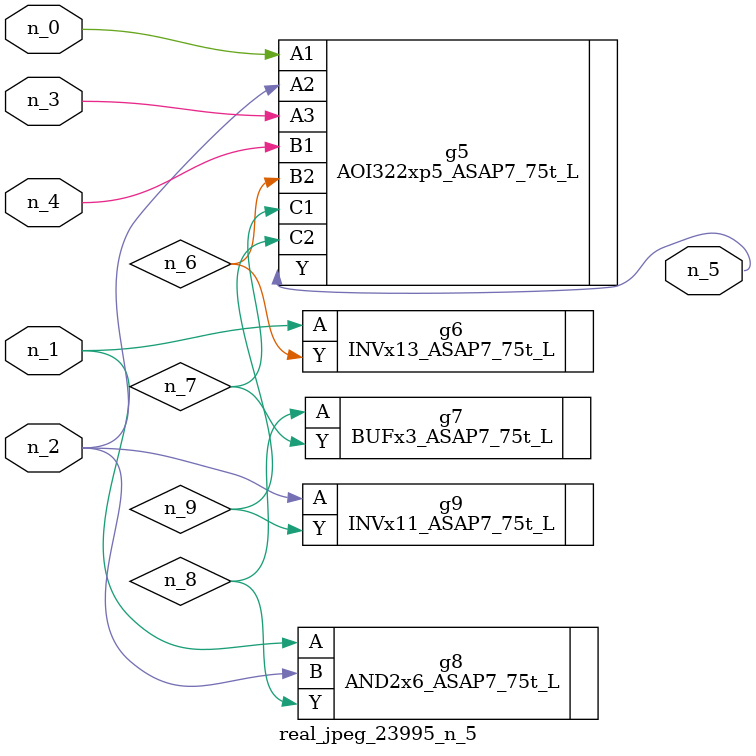
<source format=v>
module real_jpeg_23995_n_5 (n_4, n_0, n_1, n_2, n_3, n_5);

input n_4;
input n_0;
input n_1;
input n_2;
input n_3;

output n_5;

wire n_8;
wire n_6;
wire n_7;
wire n_9;

AOI322xp5_ASAP7_75t_L g5 ( 
.A1(n_0),
.A2(n_2),
.A3(n_3),
.B1(n_4),
.B2(n_6),
.C1(n_7),
.C2(n_9),
.Y(n_5)
);

INVx13_ASAP7_75t_L g6 ( 
.A(n_1),
.Y(n_6)
);

AND2x6_ASAP7_75t_L g8 ( 
.A(n_1),
.B(n_2),
.Y(n_8)
);

INVx11_ASAP7_75t_L g9 ( 
.A(n_2),
.Y(n_9)
);

BUFx3_ASAP7_75t_L g7 ( 
.A(n_8),
.Y(n_7)
);


endmodule
</source>
